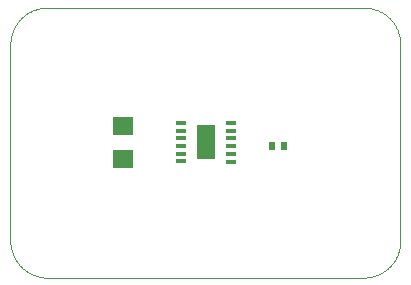
<source format=gtp>
G04 EAGLE Gerber X2 export*
G75*
%MOMM*%
%FSLAX35Y35*%
%LPD*%
%AMOC8*
5,1,8,0,0,1.08239X$1,22.5*%
G01*
%ADD10C,0.100000*%
%ADD11C,0.101600*%
%ADD12R,0.900000X0.400000*%
%ADD13R,1.600000X2.900000*%
%ADD14R,0.600000X0.700000*%
%ADD15R,1.803000X1.600000*%


D10*
X2984500Y0D02*
X2992095Y-50D01*
X2999690Y85D01*
X3007279Y404D01*
X3014858Y909D01*
X3022422Y1598D01*
X3029968Y2471D01*
X3037490Y3528D01*
X3044984Y4768D01*
X3052445Y6190D01*
X3059870Y7794D01*
X3067253Y9578D01*
X3074590Y11541D01*
X3081878Y13682D01*
X3089111Y16001D01*
X3096286Y18495D01*
X3103398Y21163D01*
X3110442Y24004D01*
X3117415Y27015D01*
X3124313Y30196D01*
X3131132Y33543D01*
X3137866Y37056D01*
X3144513Y40732D01*
X3151069Y44569D01*
X3157529Y48564D01*
X3163890Y52715D01*
X3170148Y57021D01*
X3176299Y61477D01*
X3182339Y66082D01*
X3188266Y70833D01*
X3194075Y75727D01*
X3199763Y80761D01*
X3205326Y85932D01*
X3210763Y91237D01*
X3216068Y96674D01*
X3221239Y102237D01*
X3226273Y107925D01*
X3231167Y113734D01*
X3235918Y119661D01*
X3240523Y125701D01*
X3244979Y131852D01*
X3249285Y138110D01*
X3253436Y144471D01*
X3257431Y150931D01*
X3261268Y157487D01*
X3264944Y164134D01*
X3268457Y170868D01*
X3271804Y177687D01*
X3274985Y184585D01*
X3277996Y191558D01*
X3280837Y198602D01*
X3283505Y205714D01*
X3285999Y212889D01*
X3288318Y220122D01*
X3290459Y227410D01*
X3292422Y234747D01*
X3294206Y242130D01*
X3295810Y249555D01*
X3297232Y257016D01*
X3298472Y264510D01*
X3299529Y272032D01*
X3300402Y279578D01*
X3301091Y287142D01*
X3301596Y294721D01*
X3301915Y302310D01*
X3302050Y309905D01*
X3302000Y317500D01*
X3302000Y1968500D02*
X3302050Y1976095D01*
X3301915Y1983690D01*
X3301596Y1991279D01*
X3301091Y1998858D01*
X3300402Y2006422D01*
X3299529Y2013968D01*
X3298472Y2021490D01*
X3297232Y2028984D01*
X3295810Y2036445D01*
X3294206Y2043870D01*
X3292422Y2051253D01*
X3290459Y2058590D01*
X3288318Y2065878D01*
X3285999Y2073111D01*
X3283505Y2080286D01*
X3280837Y2087398D01*
X3277996Y2094442D01*
X3274985Y2101415D01*
X3271804Y2108313D01*
X3268457Y2115132D01*
X3264944Y2121866D01*
X3261268Y2128513D01*
X3257431Y2135069D01*
X3253436Y2141529D01*
X3249285Y2147890D01*
X3244979Y2154148D01*
X3240523Y2160299D01*
X3235918Y2166339D01*
X3231167Y2172266D01*
X3226273Y2178075D01*
X3221239Y2183763D01*
X3216068Y2189326D01*
X3210763Y2194763D01*
X3205326Y2200068D01*
X3199763Y2205239D01*
X3194075Y2210273D01*
X3188266Y2215167D01*
X3182339Y2219918D01*
X3176299Y2224523D01*
X3170148Y2228979D01*
X3163890Y2233285D01*
X3157529Y2237436D01*
X3151069Y2241431D01*
X3144513Y2245268D01*
X3137866Y2248944D01*
X3131132Y2252457D01*
X3124313Y2255804D01*
X3117415Y2258985D01*
X3110442Y2261996D01*
X3103398Y2264837D01*
X3096286Y2267505D01*
X3089111Y2269999D01*
X3081878Y2272318D01*
X3074590Y2274459D01*
X3067253Y2276422D01*
X3059870Y2278206D01*
X3052445Y2279810D01*
X3044984Y2281232D01*
X3037490Y2282472D01*
X3029968Y2283529D01*
X3022422Y2284402D01*
X3014858Y2285091D01*
X3007279Y2285596D01*
X2999690Y2285915D01*
X2992095Y2286050D01*
X2984500Y2286000D01*
X317500Y2286000D02*
X309905Y2286050D01*
X302310Y2285915D01*
X294721Y2285596D01*
X287142Y2285091D01*
X279578Y2284402D01*
X272032Y2283529D01*
X264510Y2282472D01*
X257016Y2281232D01*
X249555Y2279810D01*
X242130Y2278206D01*
X234747Y2276422D01*
X227410Y2274459D01*
X220122Y2272318D01*
X212889Y2269999D01*
X205714Y2267505D01*
X198602Y2264837D01*
X191558Y2261996D01*
X184585Y2258985D01*
X177687Y2255804D01*
X170868Y2252457D01*
X164134Y2248944D01*
X157487Y2245268D01*
X150931Y2241431D01*
X144471Y2237436D01*
X138110Y2233285D01*
X131852Y2228979D01*
X125701Y2224523D01*
X119661Y2219918D01*
X113734Y2215167D01*
X107925Y2210273D01*
X102237Y2205239D01*
X96674Y2200068D01*
X91237Y2194763D01*
X85932Y2189326D01*
X80761Y2183763D01*
X75727Y2178075D01*
X70833Y2172266D01*
X66082Y2166339D01*
X61477Y2160299D01*
X57021Y2154148D01*
X52715Y2147890D01*
X48564Y2141529D01*
X44569Y2135069D01*
X40732Y2128513D01*
X37056Y2121866D01*
X33543Y2115132D01*
X30196Y2108313D01*
X27015Y2101415D01*
X24004Y2094442D01*
X21163Y2087398D01*
X18495Y2080286D01*
X16001Y2073111D01*
X13682Y2065878D01*
X11541Y2058590D01*
X9578Y2051253D01*
X7794Y2043870D01*
X6190Y2036445D01*
X4768Y2028984D01*
X3528Y2021490D01*
X2471Y2013968D01*
X1598Y2006422D01*
X909Y1998858D01*
X404Y1991279D01*
X85Y1983690D01*
X-50Y1976095D01*
X0Y1968500D01*
X0Y317500D02*
X-50Y309905D01*
X85Y302310D01*
X404Y294721D01*
X909Y287142D01*
X1598Y279578D01*
X2471Y272032D01*
X3528Y264510D01*
X4768Y257016D01*
X6190Y249555D01*
X7794Y242130D01*
X9578Y234747D01*
X11541Y227410D01*
X13682Y220122D01*
X16001Y212889D01*
X18495Y205714D01*
X21163Y198602D01*
X24004Y191558D01*
X27015Y184585D01*
X30196Y177687D01*
X33543Y170868D01*
X37056Y164134D01*
X40732Y157487D01*
X44569Y150931D01*
X48564Y144471D01*
X52715Y138110D01*
X57021Y131852D01*
X61477Y125701D01*
X66082Y119661D01*
X70833Y113734D01*
X75727Y107925D01*
X80761Y102237D01*
X85932Y96674D01*
X91237Y91237D01*
X96674Y85932D01*
X102237Y80761D01*
X107925Y75727D01*
X113734Y70833D01*
X119661Y66082D01*
X125701Y61477D01*
X131852Y57021D01*
X138110Y52715D01*
X144471Y48564D01*
X150931Y44569D01*
X157487Y40732D01*
X164134Y37056D01*
X170868Y33543D01*
X177687Y30196D01*
X184585Y27015D01*
X191558Y24004D01*
X198602Y21163D01*
X205714Y18495D01*
X212889Y16001D01*
X220122Y13682D01*
X227410Y11541D01*
X234747Y9578D01*
X242130Y7794D01*
X249555Y6190D01*
X257016Y4768D01*
X264510Y3528D01*
X272032Y2471D01*
X279578Y1598D01*
X287142Y909D01*
X294721Y404D01*
X302310Y85D01*
X309905Y-50D01*
X317500Y0D01*
D11*
X2984500Y0D01*
X3302000Y317500D02*
X3302000Y1968500D01*
X2984500Y2286000D02*
X317500Y2286000D01*
X0Y1968500D02*
X0Y317500D01*
D12*
X1866000Y983000D03*
X1866000Y1048000D03*
X1866000Y1113000D03*
X1866000Y1178000D03*
X1866000Y1243000D03*
X1866000Y1308000D03*
X1446000Y1309000D03*
X1446000Y1244000D03*
X1446000Y1179000D03*
X1446000Y1114000D03*
X1446000Y1049000D03*
X1446000Y984000D03*
D13*
X1656000Y1148000D03*
D14*
X2317750Y1113000D03*
X2217750Y1113000D03*
D15*
X952500Y1285200D03*
X952500Y1000800D03*
M02*

</source>
